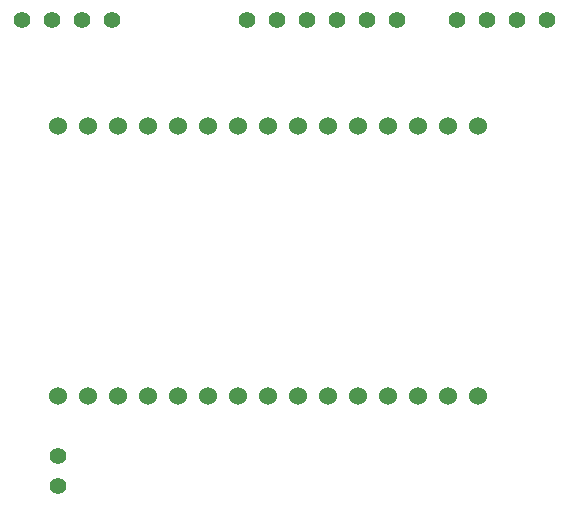
<source format=gbr>
%TF.GenerationSoftware,KiCad,Pcbnew,7.0.1*%
%TF.CreationDate,2023-04-17T15:40:40+09:00*%
%TF.ProjectId,Laser Pointer,4c617365-7220-4506-9f69-6e7465722e6b,rev?*%
%TF.SameCoordinates,Original*%
%TF.FileFunction,Soldermask,Bot*%
%TF.FilePolarity,Negative*%
%FSLAX46Y46*%
G04 Gerber Fmt 4.6, Leading zero omitted, Abs format (unit mm)*
G04 Created by KiCad (PCBNEW 7.0.1) date 2023-04-17 15:40:40*
%MOMM*%
%LPD*%
G01*
G04 APERTURE LIST*
%ADD10C,1.400000*%
%ADD11C,1.524000*%
G04 APERTURE END LIST*
D10*
%TO.C,GND*%
X104140000Y-119380000D03*
X104140000Y-121920000D03*
%TD*%
D11*
%TO.C,LaserPointer ver.A*%
X104140000Y-114300000D03*
X106680000Y-114300000D03*
X109220000Y-114300000D03*
X111760000Y-114300000D03*
X114300000Y-114300000D03*
X116840000Y-114300000D03*
X119380000Y-114300000D03*
X121920000Y-114300000D03*
X124460000Y-114300000D03*
X127000000Y-114300000D03*
X129540000Y-114300000D03*
X132080000Y-114300000D03*
X134620000Y-114300000D03*
X137160000Y-114300000D03*
X139700000Y-114300000D03*
X139700000Y-91440000D03*
X137160000Y-91440000D03*
X134620000Y-91440000D03*
X132080000Y-91440000D03*
X129540000Y-91440000D03*
X127000000Y-91440000D03*
X124460000Y-91440000D03*
X121920000Y-91440000D03*
X119380000Y-91440000D03*
X116840000Y-91440000D03*
X114300000Y-91440000D03*
X111760000Y-91440000D03*
X109220000Y-91440000D03*
X106680000Y-91440000D03*
X104140000Y-91440000D03*
%TD*%
D10*
%TO.C,1x4 2.54mm Wafer*%
X108732696Y-82503210D03*
X106192696Y-82503210D03*
X103652696Y-82503210D03*
X101112696Y-82503210D03*
%TD*%
%TO.C,1x4 2.54mm Wafer*%
X145562696Y-82503210D03*
X143022696Y-82503210D03*
X140482696Y-82503210D03*
X137942696Y-82503210D03*
%TD*%
%TO.C,1x4 2.54mm Wafer*%
X132862696Y-82503210D03*
X130322696Y-82503210D03*
X127782696Y-82503210D03*
X125242696Y-82503210D03*
X122702696Y-82503210D03*
X120162696Y-82503210D03*
%TD*%
M02*

</source>
